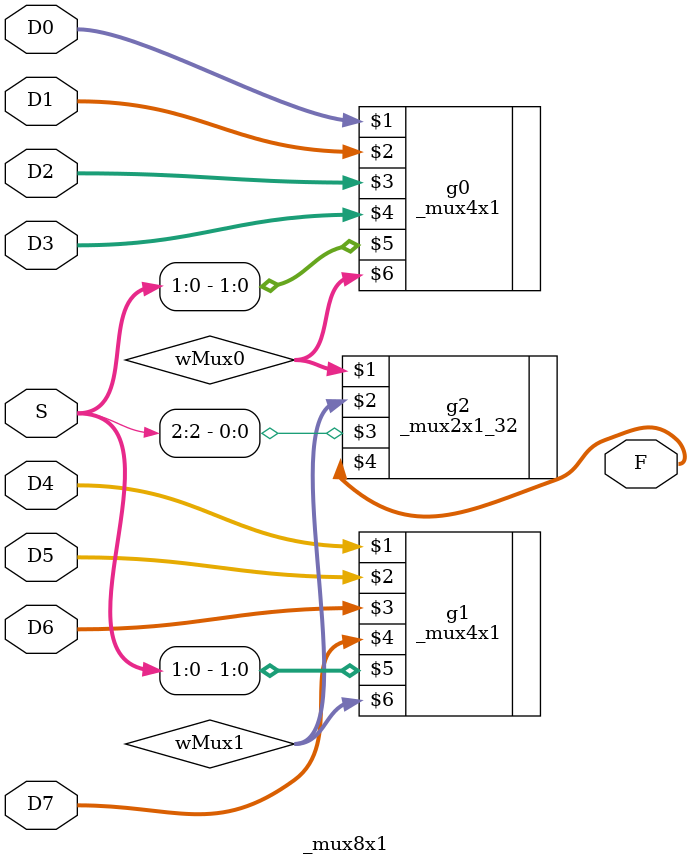
<source format=v>
module _mux8x1(
	input [31:0]D0,
	input [31:0]D1,
	input [31:0]D2,
	input [31:0]D3,
	input [31:0]D4,
	input [31:0]D5,
	input [31:0]D6,
	input [31:0]D7,
	input [2:0]S,
	output [31:0]F);
	
	
	
	wire [31:0]wMux0;
	wire [31:0]wMux1;
	
	_mux4x1 g0(D0,D1,D2,D3,S[1:0],wMux0);
	_mux4x1 g1(D4,D5,D6,D7,S[1:0],wMux1);
	_mux2x1_32 g2(wMux0,wMux1,S[2],F);
	
	endmodule
</source>
